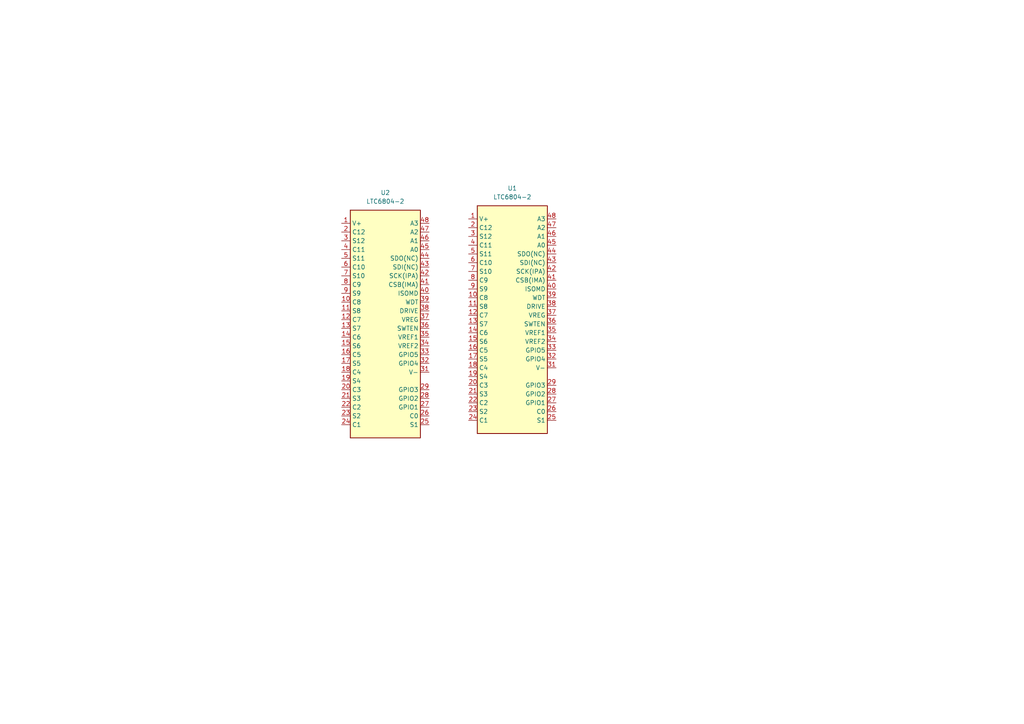
<source format=kicad_sch>
(kicad_sch (version 20230121) (generator eeschema)
  (paper "A4")
  (lib_symbols
    (symbol "Battery_Management:LTC6804-2"
      (property "Reference" "U" (at -10.16 34.29 0))
      (property "Value" "LTC6804-2" (at -5.08 -35.56 0))
      (symbol "LTC6804-2_0_1"
        (rectangle (start 10.16 -33.02) (end -10.16 33.02) (stroke (width 0.254)) (fill (type background)))
      )
      (symbol "LTC6804-2_1_1"
        (pin power_in line (at -12.7 29.21 0) (length 2.54) (name "V+") (number "1"))
        (pin input line (at -12.7 6.35 0) (length 2.54) (name "C8") (number "10"))
        (pin bidirectional line (at -12.7 3.81 0) (length 2.54) (name "S8") (number "11"))
        (pin input line (at -12.7 1.27 0) (length 2.54) (name "C7") (number "12"))
        (pin bidirectional line (at -12.7 -1.27 0) (length 2.54) (name "S7") (number "13"))
        (pin input line (at -12.7 -3.81 0) (length 2.54) (name "C6") (number "14"))
        (pin bidirectional line (at -12.7 -6.35 0) (length 2.54) (name "S6") (number "15"))
        (pin input line (at -12.7 -8.89 0) (length 2.54) (name "C5") (number "16"))
        (pin bidirectional line (at -12.7 -11.43 0) (length 2.54) (name "S5") (number "17"))
        (pin input line (at -12.7 -13.97 0) (length 2.54) (name "C4") (number "18"))
        (pin bidirectional line (at -12.7 -16.51 0) (length 2.54) (name "S4") (number "19"))
        (pin input line (at -12.7 26.67 0) (length 2.54) (name "C12") (number "2"))
        (pin input line (at -12.7 -19.05 0) (length 2.54) (name "C3") (number "20"))
        (pin bidirectional line (at -12.7 -21.59 0) (length 2.54) (name "S3") (number "21"))
        (pin input line (at -12.7 -24.13 0) (length 2.54) (name "C2") (number "22"))
        (pin bidirectional line (at -12.7 -26.67 0) (length 2.54) (name "S2") (number "23"))
        (pin input line (at -12.7 -29.21 0) (length 2.54) (name "C1") (number "24"))
        (pin bidirectional line (at 12.7 -29.21 180) (length 2.54) (name "S1") (number "25"))
        (pin input line (at 12.7 -26.67 180) (length 2.54) (name "C0") (number "26"))
        (pin bidirectional line (at 12.7 -24.13 180) (length 2.54) (name "GPIO1") (number "27"))
        (pin bidirectional line (at 12.7 -21.59 180) (length 2.54) (name "GPIO2") (number "28"))
        (pin bidirectional line (at 12.7 -19.05 180) (length 2.54) (name "GPIO3") (number "29"))
        (pin bidirectional line (at -12.7 24.13 0) (length 2.54) (name "S12") (number "3"))
        (pin passive line (at 12.7 -16.51 180) (length 2.54) hide (name "V-") (number "30"))
        (pin passive line (at 12.7 -13.97 180) (length 2.54) (name "V-") (number "31"))
        (pin bidirectional line (at 12.7 -11.43 180) (length 2.54) (name "GPIO4") (number "32"))
        (pin bidirectional line (at 12.7 -8.89 180) (length 2.54) (name "GPIO5") (number "33"))
        (pin output line (at 12.7 -6.35 180) (length 2.54) (name "VREF2") (number "34"))
        (pin output line (at 12.7 -3.81 180) (length 2.54) (name "VREF1") (number "35"))
        (pin input line (at 12.7 -1.27 180) (length 2.54) (name "SWTEN") (number "36"))
        (pin input line (at 12.7 1.27 180) (length 2.54) (name "VREG") (number "37"))
        (pin output line (at 12.7 3.81 180) (length 2.54) (name "DRIVE") (number "38"))
        (pin output line (at 12.7 6.35 180) (length 2.54) (name "WDT") (number "39"))
        (pin input line (at -12.7 21.59 0) (length 2.54) (name "C11") (number "4"))
        (pin input line (at 12.7 8.89 180) (length 2.54) (name "ISOMD") (number "40"))
        (pin bidirectional line (at 12.7 11.43 180) (length 2.54) (name "CSB(IMA)") (number "41"))
        (pin bidirectional line (at 12.7 13.97 180) (length 2.54) (name "SCK(IPA)") (number "42"))
        (pin input line (at 12.7 16.51 180) (length 2.54) (name "SDI(NC)") (number "43"))
        (pin open_collector line (at 12.7 19.05 180) (length 2.54) (name "SDO(NC)") (number "44"))
        (pin passive line (at 12.7 21.59 180) (length 2.54) (name "A0") (number "45"))
        (pin passive line (at 12.7 24.13 180) (length 2.54) (name "A1") (number "46"))
        (pin bidirectional line (at 12.7 26.67 180) (length 2.54) (name "A2") (number "47"))
        (pin bidirectional line (at 12.7 29.21 180) (length 2.54) (name "A3") (number "48"))
        (pin bidirectional line (at -12.7 19.05 0) (length 2.54) (name "S11") (number "5"))
        (pin input line (at -12.7 16.51 0) (length 2.54) (name "C10") (number "6"))
        (pin bidirectional line (at -12.7 13.97 0) (length 2.54) (name "S10") (number "7"))
        (pin input line (at -12.7 11.43 0) (length 2.54) (name "C9") (number "8"))
        (pin bidirectional line (at -12.7 8.89 0) (length 2.54) (name "S9") (number "9"))
      )
    )
    (symbol "FixedWing:LTC6804-2"
      (property "Reference" "U" (at -10.16 34.29 0))
      (property "Value" "LTC6804-2" (at -5.08 -35.56 0))
      (symbol "LTC6804-2_0_1"
        (rectangle (start 10.16 -33.02) (end -10.16 33.02) (stroke (width 0.254)) (fill (type background)))
      )
      (symbol "LTC6804-2_1_1"
        (pin power_in line (at -12.7 29.21 0) (length 2.54) (name "V+") (number "1"))
        (pin input line (at -12.7 6.35 0) (length 2.54) (name "C8") (number "10"))
        (pin bidirectional line (at -12.7 3.81 0) (length 2.54) (name "S8") (number "11"))
        (pin input line (at -12.7 1.27 0) (length 2.54) (name "C7") (number "12"))
        (pin bidirectional line (at -12.7 -1.27 0) (length 2.54) (name "S7") (number "13"))
        (pin input line (at -12.7 -3.81 0) (length 2.54) (name "C6") (number "14"))
        (pin bidirectional line (at -12.7 -6.35 0) (length 2.54) (name "S6") (number "15"))
        (pin input line (at -12.7 -8.89 0) (length 2.54) (name "C5") (number "16"))
        (pin bidirectional line (at -12.7 -11.43 0) (length 2.54) (name "S5") (number "17"))
        (pin input line (at -12.7 -13.97 0) (length 2.54) (name "C4") (number "18"))
        (pin bidirectional line (at -12.7 -16.51 0) (length 2.54) (name "S4") (number "19"))
        (pin input line (at -12.7 26.67 0) (length 2.54) (name "C12") (number "2"))
        (pin input line (at -12.7 -19.05 0) (length 2.54) (name "C3") (number "20"))
        (pin bidirectional line (at -12.7 -21.59 0) (length 2.54) (name "S3") (number "21"))
        (pin input line (at -12.7 -24.13 0) (length 2.54) (name "C2") (number "22"))
        (pin bidirectional line (at -12.7 -26.67 0) (length 2.54) (name "S2") (number "23"))
        (pin input line (at -12.7 -29.21 0) (length 2.54) (name "C1") (number "24"))
        (pin bidirectional line (at 12.7 -29.21 180) (length 2.54) (name "S1") (number "25"))
        (pin input line (at 12.7 -26.67 180) (length 2.54) (name "C0") (number "26"))
        (pin bidirectional line (at 12.7 -24.13 180) (length 2.54) (name "GPIO1") (number "27"))
        (pin bidirectional line (at 12.7 -21.59 180) (length 2.54) (name "GPIO2") (number "28"))
        (pin bidirectional line (at 12.7 -19.05 180) (length 2.54) (name "GPIO3") (number "29"))
        (pin bidirectional line (at -12.7 24.13 0) (length 2.54) (name "S12") (number "3"))
        (pin passive line (at 12.7 -16.51 180) (length 2.54) hide (name "V-") (number "30"))
        (pin passive line (at 12.7 -13.97 180) (length 2.54) (name "V-") (number "31"))
        (pin bidirectional line (at 12.7 -11.43 180) (length 2.54) (name "GPIO4") (number "32"))
        (pin bidirectional line (at 12.7 -8.89 180) (length 2.54) (name "GPIO5") (number "33"))
        (pin output line (at 12.7 -6.35 180) (length 2.54) (name "VREF2") (number "34"))
        (pin output line (at 12.7 -3.81 180) (length 2.54) (name "VREF1") (number "35"))
        (pin input line (at 12.7 -1.27 180) (length 2.54) (name "SWTEN") (number "36"))
        (pin input line (at 12.7 1.27 180) (length 2.54) (name "VREG") (number "37"))
        (pin output line (at 12.7 3.81 180) (length 2.54) (name "DRIVE") (number "38"))
        (pin output line (at 12.7 6.35 180) (length 2.54) (name "WDT") (number "39"))
        (pin input line (at -12.7 21.59 0) (length 2.54) (name "C11") (number "4"))
        (pin input line (at 12.7 8.89 180) (length 2.54) (name "ISOMD") (number "40"))
        (pin bidirectional line (at 12.7 11.43 180) (length 2.54) (name "CSB(IMA)") (number "41"))
        (pin bidirectional line (at 12.7 13.97 180) (length 2.54) (name "SCK(IPA)") (number "42"))
        (pin input line (at 12.7 16.51 180) (length 2.54) (name "SDI(NC)") (number "43"))
        (pin open_collector line (at 12.7 19.05 180) (length 2.54) (name "SDO(NC)") (number "44"))
        (pin passive line (at 12.7 21.59 180) (length 2.54) (name "A0") (number "45"))
        (pin passive line (at 12.7 24.13 180) (length 2.54) (name "A1") (number "46"))
        (pin bidirectional line (at 12.7 26.67 180) (length 2.54) (name "A2") (number "47"))
        (pin bidirectional line (at 12.7 29.21 180) (length 2.54) (name "A3") (number "48"))
        (pin bidirectional line (at -12.7 19.05 0) (length 2.54) (name "S11") (number "5"))
        (pin input line (at -12.7 16.51 0) (length 2.54) (name "C10") (number "6"))
        (pin bidirectional line (at -12.7 13.97 0) (length 2.54) (name "S10") (number "7"))
        (pin input line (at -12.7 11.43 0) (length 2.54) (name "C9") (number "8"))
        (pin bidirectional line (at -12.7 8.89 0) (length 2.54) (name "S9") (number "9"))
      )
    )
  )
  (symbol (lib_id "FixedWing:LTC6804-2") (at 111.76 93.98 0) (unit 1)
    (property "Reference" "U2" (at 111.76 55.88 0))
    (property "Value" "LTC6804-2" (at 111.76 58.42 0))
    (property "Footprint" "Package_SO:SSOP-48_5.3x12.8mm_P0.5mm" (effects hide))
    (property "Datasheet" "https://www.analog.com/media/en/technical-documentation/data-sheets/680412fc.pdf" (effects hide))
  )
  (symbol (lib_id "Battery_Management:LTC6804-2") (at 148.59 92.71 0) (unit 1)
    (property "Reference" "U1" (at 148.59 54.61 0))
    (property "Value" "LTC6804-2" (at 148.59 57.15 0))
    (property "Footprint" "Package_SO:SSOP-48_5.3x12.8mm_P0.5mm" (effects hide))
    (property "Datasheet" "https://www.analog.com/media/en/technical-documentation/data-sheets/680412fc.pdf" (effects hide))
  )
)
</source>
